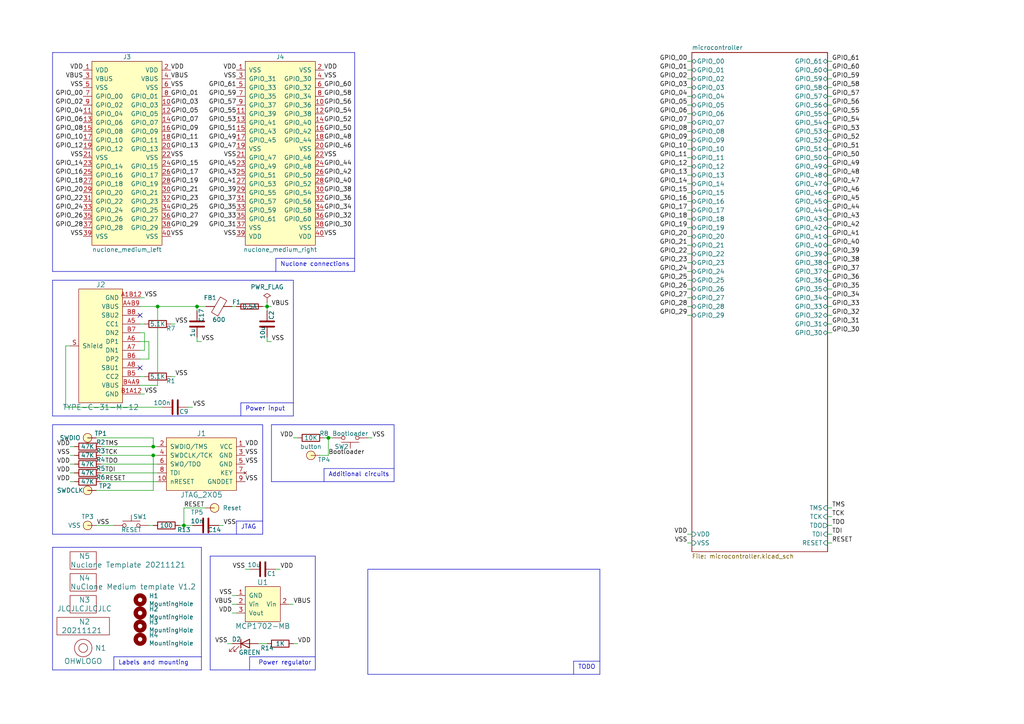
<source format=kicad_sch>
(kicad_sch (version 20230121) (generator eeschema)
  (paper "A4")
  (lib_symbols
    (symbol "Device:C" (pin_numbers hide) (pin_names (offset 0.254))
      (property "Reference" "C" (at 0.635 2.54 0))
      (property "Value" "C" (at 0.635 -2.54 0))
      (symbol "C_0_1"
        (polyline (pts (xy -2.032 -0.762) (xy 2.032 -0.762)) (stroke (width 0.508)))
        (polyline (pts (xy -2.032 0.762) (xy 2.032 0.762)) (stroke (width 0.508)))
      )
      (symbol "C_1_1"
        (pin passive line (at 0 3.81 270) (length 2.794) (name "~") (number "1"))
        (pin passive line (at 0 -3.81 90) (length 2.794) (name "~") (number "2"))
      )
    )
    (symbol "Device:Ferrite_Bead" (pin_numbers hide) (pin_names (offset 0))
      (property "Reference" "FB" (at -3.81 0.635 90))
      (property "Value" "Device_Ferrite_Bead" (at 3.81 0 90))
      (symbol "Ferrite_Bead_0_1"
        (polyline (pts (xy 0 -1.27) (xy 0 -1.2192)))
        (polyline (pts (xy 0 1.27) (xy 0 1.2954)))
        (polyline (pts (xy -2.7686 0.4064) (xy -1.7018 2.2606) (xy 2.7686 -0.3048) (xy 1.6764 -2.159) (xy -2.7686 0.4064)))
      )
      (symbol "Ferrite_Bead_1_1"
        (pin passive line (at 0 3.81 270) (length 2.54) (name "~") (number "1"))
        (pin passive line (at 0 -3.81 90) (length 2.54) (name "~") (number "2"))
      )
    )
    (symbol "Device:Fuse" (pin_numbers hide) (pin_names (offset 0))
      (property "Reference" "F" (at 2.032 0 90))
      (property "Value" "Fuse" (at -1.905 0 90))
      (symbol "Fuse_0_1"
        (rectangle (start -0.762 -2.54) (end 0.762 2.54) (stroke (width 0.254)))
        (polyline (pts (xy 0 2.54) (xy 0 -2.54)))
      )
      (symbol "Fuse_1_1"
        (pin passive line (at 0 3.81 270) (length 1.27) (name "~") (number "1"))
        (pin passive line (at 0 -3.81 90) (length 1.27) (name "~") (number "2"))
      )
    )
    (symbol "Device:LED" (pin_numbers hide) (pin_names (offset 1.016) hide)
      (property "Reference" "D" (at 0 2.54 0))
      (property "Value" "LED" (at 0 -2.54 0))
      (symbol "LED_0_1"
        (polyline (pts (xy -1.27 -1.27) (xy -1.27 1.27)) (stroke (width 0.254)))
        (polyline (pts (xy -1.27 0) (xy 1.27 0)))
        (polyline (pts (xy 1.27 -1.27) (xy 1.27 1.27) (xy -1.27 0) (xy 1.27 -1.27)) (stroke (width 0.254)))
        (polyline (pts (xy -3.048 -0.762) (xy -4.572 -2.286) (xy -3.81 -2.286) (xy -4.572 -2.286) (xy -4.572 -1.524)))
        (polyline (pts (xy -1.778 -0.762) (xy -3.302 -2.286) (xy -2.54 -2.286) (xy -3.302 -2.286) (xy -3.302 -1.524)))
      )
      (symbol "LED_1_1"
        (pin passive line (at -3.81 0 0) (length 2.54) (name "K") (number "1"))
        (pin passive line (at 3.81 0 180) (length 2.54) (name "A") (number "2"))
      )
    )
    (symbol "Device:R" (pin_numbers hide) (pin_names (offset 0))
      (property "Reference" "R" (at 2.032 0 90))
      (property "Value" "R" (at 0 0 90))
      (symbol "R_0_1"
        (rectangle (start -1.016 -2.54) (end 1.016 2.54) (stroke (width 0.254)))
      )
      (symbol "R_1_1"
        (pin passive line (at 0 3.81 270) (length 1.27) (name "~") (number "1"))
        (pin passive line (at 0 -3.81 90) (length 1.27) (name "~") (number "2"))
      )
    )
    (symbol "Mechanical:MountingHole" (pin_names (offset 1.016))
      (property "Reference" "H" (at 0 5.08 0))
      (property "Value" "MountingHole" (at 0 3.175 0))
      (symbol "MountingHole_0_1"
        (circle (center 0 0) (radius 1.27) (stroke (width 1.27)))
      )
    )
    (symbol "SquantorConnectorsNamed:JTAG_2X05_IN" (pin_names (offset 1.016))
      (property "Reference" "J" (at 0 8.89 0))
      (property "Value" "JTAG_2X05_IN" (at 0 -8.89 0))
      (symbol "JTAG_2X05_IN_0_1"
        (rectangle (start -10.16 7.62) (end 10.16 -7.62) (fill (type background)))
      )
      (symbol "JTAG_2X05_IN_1_1"
        (pin power_in line (at 12.7 5.08 180) (length 2.54) (name "VCC") (number "1"))
        (pin open_collector line (at -12.7 -5.08 0) (length 2.54) (name "nRESET") (number "10"))
        (pin bidirectional line (at -12.7 5.08 0) (length 2.54) (name "SWDIO/TMS") (number "2"))
        (pin power_in line (at 12.7 2.54 180) (length 2.54) (name "GND") (number "3"))
        (pin output line (at -12.7 2.54 0) (length 2.54) (name "SWDCLK/TCK") (number "4"))
        (pin power_in line (at 12.7 0 180) (length 2.54) (name "GND") (number "5"))
        (pin output line (at -12.7 0 0) (length 2.54) (name "SWO/TDO") (number "6"))
        (pin no_connect line (at 12.7 -2.54 180) (length 2.54) (name "KEY") (number "7"))
        (pin input line (at -12.7 -2.54 0) (length 2.54) (name "TDI") (number "8"))
        (pin power_in line (at 12.7 -5.08 180) (length 2.54) (name "GNDDET") (number "9"))
      )
    )
    (symbol "SquantorConnectorsNamed:nuclone_medium_left" (pin_names (offset 1.016))
      (property "Reference" "J" (at 0 27.94 0))
      (property "Value" "nuclone_medium_left" (at 0 -27.94 0))
      (symbol "nuclone_medium_left_0_1"
        (rectangle (start -10.16 26.67) (end 10.16 -26.67) (fill (type background)))
      )
      (symbol "nuclone_medium_left_1_1"
        (pin power_in line (at -12.7 24.13 0) (length 2.54) (name "VDD") (number "1"))
        (pin bidirectional line (at 12.7 13.97 180) (length 2.54) (name "GPIO_03") (number "10"))
        (pin bidirectional line (at -12.7 11.43 0) (length 2.54) (name "GPIO_04") (number "11"))
        (pin bidirectional line (at 12.7 11.43 180) (length 2.54) (name "GPIO_05") (number "12"))
        (pin bidirectional line (at -12.7 8.89 0) (length 2.54) (name "GPIO_06") (number "13"))
        (pin bidirectional line (at 12.7 8.89 180) (length 2.54) (name "GPIO_07") (number "14"))
        (pin bidirectional line (at -12.7 6.35 0) (length 2.54) (name "GPIO_08") (number "15"))
        (pin bidirectional line (at 12.7 6.35 180) (length 2.54) (name "GPIO_09") (number "16"))
        (pin bidirectional line (at -12.7 3.81 0) (length 2.54) (name "GPIO_10") (number "17"))
        (pin bidirectional line (at 12.7 3.81 180) (length 2.54) (name "GPIO_11") (number "18"))
        (pin bidirectional line (at -12.7 1.27 0) (length 2.54) (name "GPIO_12") (number "19"))
        (pin power_in line (at 12.7 24.13 180) (length 2.54) (name "VDD") (number "2"))
        (pin bidirectional line (at 12.7 1.27 180) (length 2.54) (name "GPIO_13") (number "20"))
        (pin power_in line (at -12.7 -1.27 0) (length 2.54) (name "VSS") (number "21"))
        (pin power_in line (at 12.7 -1.27 180) (length 2.54) (name "VSS") (number "22"))
        (pin bidirectional line (at -12.7 -3.81 0) (length 2.54) (name "GPIO_14") (number "23"))
        (pin bidirectional line (at 12.7 -3.81 180) (length 2.54) (name "GPIO_15") (number "24"))
        (pin bidirectional line (at -12.7 -6.35 0) (length 2.54) (name "GPIO_16") (number "25"))
        (pin bidirectional line (at 12.7 -6.35 180) (length 2.54) (name "GPIO_17") (number "26"))
        (pin bidirectional line (at -12.7 -8.89 0) (length 2.54) (name "GPIO_18") (number "27"))
        (pin bidirectional line (at 12.7 -8.89 180) (length 2.54) (name "GPIO_19") (number "28"))
        (pin bidirectional line (at -12.7 -11.43 0) (length 2.54) (name "GPIO_20") (number "29"))
        (pin power_in line (at -12.7 21.59 0) (length 2.54) (name "VBUS") (number "3"))
        (pin bidirectional line (at 12.7 -11.43 180) (length 2.54) (name "GPIO_21") (number "30"))
        (pin bidirectional line (at -12.7 -13.97 0) (length 2.54) (name "GPIO_22") (number "31"))
        (pin bidirectional line (at 12.7 -13.97 180) (length 2.54) (name "GPIO_23") (number "32"))
        (pin bidirectional line (at -12.7 -16.51 0) (length 2.54) (name "GPIO_24") (number "33"))
        (pin bidirectional line (at 12.7 -16.51 180) (length 2.54) (name "GPIO_25") (number "34"))
        (pin bidirectional line (at -12.7 -19.05 0) (length 2.54) (name "GPIO_26") (number "35"))
        (pin bidirectional line (at 12.7 -19.05 180) (length 2.54) (name "GPIO_27") (number "36"))
        (pin bidirectional line (at -12.7 -21.59 0) (length 2.54) (name "GPIO_28") (number "37"))
        (pin bidirectional line (at 12.7 -21.59 180) (length 2.54) (name "GPIO_29") (number "38"))
        (pin power_in line (at -12.7 -24.13 0) (length 2.54) (name "VSS") (number "39"))
        (pin power_in line (at 12.7 21.59 180) (length 2.54) (name "VBUS") (number "4"))
        (pin power_in line (at 12.7 -24.13 180) (length 2.54) (name "VSS") (number "40"))
        (pin power_in line (at -12.7 19.05 0) (length 2.54) (name "VSS") (number "5"))
        (pin power_in line (at 12.7 19.05 180) (length 2.54) (name "VSS") (number "6"))
        (pin bidirectional line (at -12.7 16.51 0) (length 2.54) (name "GPIO_00") (number "7"))
        (pin bidirectional line (at 12.7 16.51 180) (length 2.54) (name "GPIO_01") (number "8"))
        (pin bidirectional line (at -12.7 13.97 0) (length 2.54) (name "GPIO_02") (number "9"))
      )
    )
    (symbol "SquantorConnectorsNamed:nuclone_medium_right" (pin_names (offset 1.016))
      (property "Reference" "J" (at 0 27.94 0))
      (property "Value" "nuclone_medium_right" (at 0 -27.94 0))
      (symbol "nuclone_medium_right_0_1"
        (rectangle (start 10.16 -26.67) (end -10.16 26.67) (fill (type background)))
      )
      (symbol "nuclone_medium_right_1_1"
        (pin power_in line (at 12.7 -24.13 180) (length 2.54) (name "VSS") (number "1"))
        (pin bidirectional line (at -12.7 -13.97 0) (length 2.54) (name "GPIO_36") (number "10"))
        (pin bidirectional line (at 12.7 -11.43 180) (length 2.54) (name "GPIO_39") (number "11"))
        (pin bidirectional line (at -12.7 -11.43 0) (length 2.54) (name "GPIO_38") (number "12"))
        (pin bidirectional line (at 12.7 -8.89 180) (length 2.54) (name "GPIO_41") (number "13"))
        (pin bidirectional line (at -12.7 -8.89 0) (length 2.54) (name "GPIO_40") (number "14"))
        (pin bidirectional line (at 12.7 -6.35 180) (length 2.54) (name "GPIO_43") (number "15"))
        (pin bidirectional line (at -12.7 -6.35 0) (length 2.54) (name "GPIO_42") (number "16"))
        (pin bidirectional line (at 12.7 -3.81 180) (length 2.54) (name "GPIO_45") (number "17"))
        (pin bidirectional line (at -12.7 -3.81 0) (length 2.54) (name "GPIO_44") (number "18"))
        (pin power_in line (at 12.7 -1.27 180) (length 2.54) (name "VSS") (number "19"))
        (pin power_in line (at -12.7 -24.13 0) (length 2.54) (name "VSS") (number "2"))
        (pin power_in line (at -12.7 -1.27 0) (length 2.54) (name "VSS") (number "20"))
        (pin bidirectional line (at 12.7 1.27 180) (length 2.54) (name "GPIO_47") (number "21"))
        (pin bidirectional line (at -12.7 1.27 0) (length 2.54) (name "GPIO_46") (number "22"))
        (pin bidirectional line (at 12.7 3.81 180) (length 2.54) (name "GPIO_49") (number "23"))
        (pin bidirectional line (at -12.7 3.81 0) (length 2.54) (name "GPIO_48") (number "24"))
        (pin bidirectional line (at 12.7 6.35 180) (length 2.54) (name "GPIO_51") (number "25"))
        (pin bidirectional line (at -12.7 6.35 0) (length 2.54) (name "GPIO_50") (number "26"))
        (pin bidirectional line (at 12.7 8.89 180) (length 2.54) (name "GPIO_53") (number "27"))
        (pin bidirectional line (at -12.7 8.89 0) (length 2.54) (name "GPIO_52") (number "28"))
        (pin bidirectional line (at 12.7 11.43 180) (length 2.54) (name "GPIO_55") (number "29"))
        (pin bidirectional line (at 12.7 -21.59 180) (length 2.54) (name "GPIO_31") (number "3"))
        (pin bidirectional line (at -12.7 11.43 0) (length 2.54) (name "GPIO_54") (number "30"))
        (pin bidirectional line (at 12.7 13.97 180) (length 2.54) (name "GPIO_57") (number "31"))
        (pin bidirectional line (at -12.7 13.97 0) (length 2.54) (name "GPIO_56") (number "32"))
        (pin bidirectional line (at 12.7 16.51 180) (length 2.54) (name "GPIO_59") (number "33"))
        (pin bidirectional line (at -12.7 16.51 0) (length 2.54) (name "GPIO_58") (number "34"))
        (pin bidirectional line (at 12.7 19.05 180) (length 2.54) (name "GPIO_61") (number "35"))
        (pin bidirectional line (at -12.7 19.05 0) (length 2.54) (name "GPIO_60") (number "36"))
        (pin power_in line (at 12.7 21.59 180) (length 2.54) (name "VSS") (number "37"))
        (pin power_in line (at -12.7 21.59 0) (length 2.54) (name "VSS") (number "38"))
        (pin power_in line (at 12.7 24.13 180) (length 2.54) (name "VDD") (number "39"))
        (pin bidirectional line (at -12.7 -21.59 0) (length 2.54) (name "GPIO_30") (number "4"))
        (pin power_in line (at -12.7 24.13 0) (length 2.54) (name "VDD") (number "40"))
        (pin bidirectional line (at 12.7 -19.05 180) (length 2.54) (name "GPIO_33") (number "5"))
        (pin bidirectional line (at -12.7 -19.05 0) (length 2.54) (name "GPIO_32") (number "6"))
        (pin bidirectional line (at 12.7 -16.51 180) (length 2.54) (name "GPIO_35") (number "7"))
        (pin bidirectional line (at -12.7 -16.51 0) (length 2.54) (name "GPIO_34") (number "8"))
        (pin bidirectional line (at 12.7 -13.97 180) (length 2.54) (name "GPIO_37") (number "9"))
      )
    )
    (symbol "SquantorLabels:Label" (pin_names (offset 1.016))
      (property "Reference" "N" (at 0 1.27 0))
      (property "Value" "Label" (at 0 -1.27 0))
      (symbol "Label_0_1"
        (rectangle (start -3.81 2.54) (end 3.81 -2.54))
      )
    )
    (symbol "SquantorLabels:OHWLOGO" (pin_names (offset 1.016))
      (property "Reference" "N" (at 0 3.81 0))
      (property "Value" "OHWLOGO" (at 0 -3.81 0))
      (symbol "OHWLOGO_0_1"
        (circle (center 0 0) (radius 1.27))
        (circle (center 0 0) (radius 2.54))
      )
    )
    (symbol "SquantorLabels:VYYYYMMDD" (pin_names (offset 1.016))
      (property "Reference" "N" (at 0 2.54 0))
      (property "Value" "VYYYYMMDD" (at 0 0 0))
      (symbol "VYYYYMMDD_0_1"
        (rectangle (start 7.62 -1.27) (end -7.62 3.81))
      )
    )
    (symbol "SquantorMicrochip:MCP1702-MB" (pin_names (offset 1.016))
      (property "Reference" "U" (at 0 6.35 0))
      (property "Value" "MCP1702-MB" (at 0 -6.35 0))
      (symbol "MCP1702-MB_0_1"
        (rectangle (start -5.08 5.08) (end 5.08 -5.08) (fill (type background)))
      )
      (symbol "MCP1702-MB_1_1"
        (pin power_in line (at -7.62 2.54 0) (length 2.54) (name "GND") (number "1"))
        (pin power_in line (at -7.62 0 0) (length 2.54) (name "Vin") (number "2"))
        (pin power_in line (at 7.62 0 180) (length 2.54) (name "Vin") (number "2"))
        (pin power_out line (at -7.62 -2.54 0) (length 2.54) (name "Vout") (number "3"))
      )
    )
    (symbol "SquantorProto:testpad" (pin_numbers hide) (pin_names (offset 1.016) hide)
      (property "Reference" "TP" (at 0 2.54 0))
      (property "Value" "testpad" (at 0 -2.54 0))
      (symbol "testpad_0_1"
        (circle (center 0 0) (radius 1.27) (fill (type background)))
      )
      (symbol "testpad_1_1"
        (pin passive line (at -2.54 0 0) (length 2.54) (name "1") (number "1"))
      )
    )
    (symbol "SquantorUsb:USB-C_PD_USB" (pin_names (offset 1.016))
      (property "Reference" "J" (at 0 17.78 0))
      (property "Value" "USB-C_PD_USB" (at 0 -17.78 0))
      (symbol "USB-C_PD_USB_0_1"
        (rectangle (start 6.35 16.51) (end -6.35 -16.51) (fill (type background)))
      )
      (symbol "USB-C_PD_USB_1_1"
        (pin power_out line (at 11.43 13.97 180) (length 5.08) (name "GND") (number "A1B12"))
        (pin power_out line (at 11.43 11.43 180) (length 5.08) (name "VBUS") (number "A4B9"))
        (pin bidirectional line (at 11.43 6.35 180) (length 5.08) (name "CC1") (number "A5"))
        (pin bidirectional line (at 11.43 1.27 180) (length 5.08) (name "DP1") (number "A6"))
        (pin bidirectional line (at 11.43 -1.27 180) (length 5.08) (name "DN1") (number "A7"))
        (pin bidirectional line (at 11.43 -6.35 180) (length 5.08) (name "SBU1") (number "A8"))
        (pin passive line (at 11.43 -13.97 180) (length 5.08) (name "GND") (number "B1A12"))
        (pin passive line (at 11.43 -11.43 180) (length 5.08) (name "VBUS") (number "B4A9"))
        (pin bidirectional line (at 11.43 -8.89 180) (length 5.08) (name "CC2") (number "B5"))
        (pin bidirectional line (at 11.43 -3.81 180) (length 5.08) (name "DP2") (number "B6"))
        (pin bidirectional line (at 11.43 3.81 180) (length 5.08) (name "DN2") (number "B7"))
        (pin bidirectional line (at 11.43 8.89 180) (length 5.08) (name "SBU2") (number "B8"))
        (pin passive line (at -8.89 0 0) (length 2.54) (name "Shield") (number "S"))
      )
    )
    (symbol "Switch:SW_Push" (pin_numbers hide) (pin_names (offset 1.016) hide)
      (property "Reference" "SW" (at 1.27 2.54 0))
      (property "Value" "SW_Push" (at 0 -1.524 0))
      (symbol "SW_Push_0_1"
        (circle (center -2.032 0) (radius 0.508))
        (polyline (pts (xy 0 1.27) (xy 0 3.048)))
        (polyline (pts (xy 2.54 1.27) (xy -2.54 1.27)))
        (circle (center 2.032 0) (radius 0.508))
        (pin passive line (at -5.08 0 0) (length 2.54) (name "1") (number "1"))
        (pin passive line (at 5.08 0 180) (length 2.54) (name "2") (number "2"))
      )
    )
    (symbol "power:PWR_FLAG" (power) (pin_numbers hide) (pin_names (offset 0) hide)
      (property "Value" "PWR_FLAG" (at 0 3.81 0))
      (symbol "PWR_FLAG_0_0"
        (pin power_out line (at 0 0 90) (length 0) (name "pwr") (number "1"))
      )
      (symbol "PWR_FLAG_0_1"
        (polyline (pts (xy 0 0) (xy 0 1.27) (xy -1.016 1.905) (xy 0 2.54) (xy 1.016 1.905) (xy 0 1.27)))
      )
    )
  )
  (junction (at 57.15 88.9))
  (junction (at 77.47 88.9))
  (junction (at 44.45 132.08))
  (junction (at 45.72 88.9))
  (junction (at 44.45 129.54))
  (junction (at 53.34 152.4))
  (junction (at 95.25 127))
  (no_connect (at 40.64 106.68))
  (no_connect (at 40.64 91.44))
  (wire (pts (xy 19.05 118.11) (xy 46.99 118.11)))
  (wire (pts (xy 77.47 99.06) (xy 78.74 99.06)))
  (wire (pts (xy 199.39 33.02) (xy 200.66 33.02)))
  (wire (pts (xy 200.66 40.64) (xy 199.39 40.64)))
  (wire (pts (xy 199.39 43.18) (xy 200.66 43.18)))
  (wire (pts (xy 240.03 78.74) (xy 241.3 78.74)))
  (wire (pts (xy 240.03 25.4) (xy 241.3 25.4)))
  (polyline (pts (xy 69.85 116.84) (xy 69.85 120.65)))
  (wire (pts (xy 58.42 99.06) (xy 57.15 99.06)))
  (wire (pts (xy 240.03 35.56) (xy 241.3 35.56)))
  (wire (pts (xy 107.95 127) (xy 106.68 127)))
  (wire (pts (xy 27.94 152.4) (xy 33.02 152.4)))
  (wire (pts (xy 43.18 152.4) (xy 44.45 152.4)))
  (wire (pts (xy 85.09 175.26) (xy 83.82 175.26)))
  (wire (pts (xy 199.39 22.86) (xy 200.66 22.86)))
  (wire (pts (xy 55.88 152.4) (xy 53.34 152.4)))
  (wire (pts (xy 21.59 137.16) (xy 20.32 137.16)))
  (wire (pts (xy 200.66 71.12) (xy 199.39 71.12)))
  (wire (pts (xy 200.66 86.36) (xy 199.39 86.36)))
  (polyline (pts (xy 15.24 15.24) (xy 15.24 78.74)))
  (wire (pts (xy 95.25 127) (xy 96.52 127)))
  (polyline (pts (xy 102.87 78.74) (xy 102.87 15.24)))
  (wire (pts (xy 95.25 132.08) (xy 95.25 127)))
  (wire (pts (xy 40.64 111.76) (xy 45.72 111.76)))
  (wire (pts (xy 241.3 38.1) (xy 240.03 38.1)))
  (wire (pts (xy 41.91 96.52) (xy 41.91 101.6)))
  (wire (pts (xy 67.31 172.72) (xy 68.58 172.72)))
  (wire (pts (xy 199.39 78.74) (xy 200.66 78.74)))
  (wire (pts (xy 199.39 154.94) (xy 200.66 154.94)))
  (polyline (pts (xy 85.09 81.28) (xy 15.24 81.28)))
  (wire (pts (xy 199.39 58.42) (xy 200.66 58.42)))
  (wire (pts (xy 199.39 73.66) (xy 200.66 73.66)))
  (wire (pts (xy 240.03 66.04) (xy 241.3 66.04)))
  (wire (pts (xy 240.03 40.64) (xy 241.3 40.64)))
  (polyline (pts (xy 15.24 158.75) (xy 15.24 194.31)))
  (wire (pts (xy 29.21 139.7) (xy 45.72 139.7)))
  (wire (pts (xy 200.66 35.56) (xy 199.39 35.56)))
  (wire (pts (xy 241.3 58.42) (xy 240.03 58.42)))
  (wire (pts (xy 80.01 165.1) (xy 81.28 165.1)))
  (wire (pts (xy 200.66 60.96) (xy 199.39 60.96)))
  (wire (pts (xy 55.88 118.11) (xy 54.61 118.11)))
  (wire (pts (xy 93.98 127) (xy 95.25 127)))
  (wire (pts (xy 92.71 132.08) (xy 95.25 132.08)))
  (wire (pts (xy 20.32 129.54) (xy 21.59 129.54)))
  (wire (pts (xy 40.64 93.98) (xy 41.91 93.98)))
  (polyline (pts (xy 93.98 135.89) (xy 93.98 139.7)))
  (polyline (pts (xy 33.02 190.5) (xy 33.02 194.31)))
  (wire (pts (xy 67.31 177.8) (xy 68.58 177.8)))
  (wire (pts (xy 41.91 101.6) (xy 40.64 101.6)))
  (wire (pts (xy 86.36 186.69) (xy 85.09 186.69)))
  (wire (pts (xy 199.39 68.58) (xy 200.66 68.58)))
  (wire (pts (xy 40.64 96.52) (xy 41.91 96.52)))
  (wire (pts (xy 44.45 129.54) (xy 45.72 129.54)))
  (wire (pts (xy 29.21 129.54) (xy 44.45 129.54)))
  (wire (pts (xy 40.64 88.9) (xy 45.72 88.9)))
  (polyline (pts (xy 114.3 135.89) (xy 93.98 135.89)))
  (wire (pts (xy 241.3 43.18) (xy 240.03 43.18)))
  (wire (pts (xy 200.66 45.72) (xy 199.39 45.72)))
  (wire (pts (xy 241.3 27.94) (xy 240.03 27.94)))
  (wire (pts (xy 200.66 157.48) (xy 199.39 157.48)))
  (wire (pts (xy 241.3 81.28) (xy 240.03 81.28)))
  (wire (pts (xy 241.3 154.94) (xy 240.03 154.94)))
  (wire (pts (xy 200.66 91.44) (xy 199.39 91.44)))
  (wire (pts (xy 200.66 20.32) (xy 199.39 20.32)))
  (wire (pts (xy 241.3 96.52) (xy 240.03 96.52)))
  (polyline (pts (xy 80.01 74.93) (xy 80.01 78.74)))
  (wire (pts (xy 77.47 88.9) (xy 77.47 87.63)))
  (wire (pts (xy 40.64 99.06) (xy 43.18 99.06)))
  (wire (pts (xy 240.03 30.48) (xy 241.3 30.48)))
  (wire (pts (xy 27.94 127) (xy 44.45 127)))
  (wire (pts (xy 77.47 186.69) (xy 74.93 186.69)))
  (wire (pts (xy 44.45 132.08) (xy 45.72 132.08)))
  (wire (pts (xy 199.39 83.82) (xy 200.66 83.82)))
  (wire (pts (xy 241.3 86.36) (xy 240.03 86.36)))
  (wire (pts (xy 21.59 132.08) (xy 20.32 132.08)))
  (wire (pts (xy 199.39 53.34) (xy 200.66 53.34)))
  (wire (pts (xy 200.66 50.8) (xy 199.39 50.8)))
  (wire (pts (xy 77.47 90.17) (xy 77.47 88.9)))
  (wire (pts (xy 57.15 99.06) (xy 57.15 97.79)))
  (polyline (pts (xy 91.44 194.31) (xy 91.44 161.29)))
  (wire (pts (xy 200.66 66.04) (xy 199.39 66.04)))
  (wire (pts (xy 41.91 86.36) (xy 40.64 86.36)))
  (polyline (pts (xy 91.44 161.29) (xy 60.96 161.29)))
  (wire (pts (xy 78.74 88.9) (xy 77.47 88.9)))
  (polyline (pts (xy 15.24 78.74) (xy 102.87 78.74)))
  (wire (pts (xy 29.21 134.62) (xy 45.72 134.62)))
  (wire (pts (xy 77.47 88.9) (xy 76.2 88.9)))
  (polyline (pts (xy 91.44 190.5) (xy 72.39 190.5)))
  (wire (pts (xy 43.18 99.06) (xy 43.18 104.14)))
  (wire (pts (xy 67.31 186.69) (xy 66.04 186.69)))
  (wire (pts (xy 57.15 88.9) (xy 59.69 88.9)))
  (polyline (pts (xy 58.42 158.75) (xy 15.24 158.75)))
  (wire (pts (xy 241.3 33.02) (xy 240.03 33.02)))
  (wire (pts (xy 241.3 68.58) (xy 240.03 68.58)))
  (polyline (pts (xy 76.2 151.13) (xy 68.58 151.13)))
  (wire (pts (xy 241.3 91.44) (xy 240.03 91.44)))
  (wire (pts (xy 241.3 53.34) (xy 240.03 53.34)))
  (polyline (pts (xy 76.2 123.19) (xy 15.24 123.19)))
  (wire (pts (xy 57.15 90.17) (xy 57.15 88.9)))
  (wire (pts (xy 240.03 83.82) (xy 241.3 83.82)))
  (wire (pts (xy 241.3 63.5) (xy 240.03 63.5)))
  (polyline (pts (xy 85.09 116.84) (xy 69.85 116.84)))
  (wire (pts (xy 49.53 109.22) (xy 50.8 109.22)))
  (wire (pts (xy 240.03 60.96) (xy 241.3 60.96)))
  (wire (pts (xy 41.91 114.3) (xy 40.64 114.3)))
  (wire (pts (xy 241.3 22.86) (xy 240.03 22.86)))
  (wire (pts (xy 240.03 76.2) (xy 241.3 76.2)))
  (wire (pts (xy 240.03 152.4) (xy 241.3 152.4)))
  (wire (pts (xy 200.66 25.4) (xy 199.39 25.4)))
  (polyline (pts (xy 102.87 74.93) (xy 80.01 74.93)))
  (polyline (pts (xy 15.24 120.65) (xy 85.09 120.65)))
  (wire (pts (xy 85.09 127) (xy 86.36 127)))
  (wire (pts (xy 199.39 48.26) (xy 200.66 48.26)))
  (polyline (pts (xy 72.39 190.5) (xy 72.39 194.31)))
  (polyline (pts (xy 15.24 123.19) (xy 15.24 154.94)))
  (polyline (pts (xy 68.58 151.13) (xy 68.58 154.94)))
  (wire (pts (xy 45.72 88.9) (xy 57.15 88.9)))
  (polyline (pts (xy 102.87 15.24) (xy 15.24 15.24)))
  (wire (pts (xy 200.66 55.88) (xy 199.39 55.88)))
  (wire (pts (xy 67.31 88.9) (xy 68.58 88.9)))
  (wire (pts (xy 29.21 137.16) (xy 45.72 137.16)))
  (polyline (pts (xy 114.3 139.7) (xy 114.3 123.19)))
  (polyline (pts (xy 166.37 195.58) (xy 166.37 191.77)))
  (polyline (pts (xy 106.68 165.1) (xy 173.99 165.1)))
  (wire (pts (xy 20.32 134.62) (xy 21.59 134.62)))
  (wire (pts (xy 240.03 55.88) (xy 241.3 55.88)))
  (wire (pts (xy 199.39 17.78) (xy 200.66 17.78)))
  (wire (pts (xy 64.77 152.4) (xy 63.5 152.4)))
  (wire (pts (xy 68.58 175.26) (xy 67.31 175.26)))
  (polyline (pts (xy 78.74 123.19) (xy 78.74 139.7)))
  (wire (pts (xy 200.66 30.48) (xy 199.39 30.48)))
  (wire (pts (xy 240.03 88.9) (xy 241.3 88.9)))
  (wire (pts (xy 199.39 88.9) (xy 200.66 88.9)))
  (polyline (pts (xy 15.24 81.28) (xy 15.24 120.65)))
  (wire (pts (xy 200.66 81.28) (xy 199.39 81.28)))
  (polyline (pts (xy 173.99 195.58) (xy 106.68 195.58)))
  (wire (pts (xy 200.66 76.2) (xy 199.39 76.2)))
  (wire (pts (xy 43.18 104.14) (xy 40.64 104.14)))
  (wire (pts (xy 240.03 50.8) (xy 241.3 50.8)))
  (polyline (pts (xy 58.42 194.31) (xy 58.42 158.75)))
  (wire (pts (xy 19.05 100.33) (xy 19.05 118.11)))
  (wire (pts (xy 20.32 100.33) (xy 19.05 100.33)))
  (wire (pts (xy 71.12 165.1) (xy 72.39 165.1)))
  (polyline (pts (xy 106.68 195.58) (xy 106.68 165.1)))
  (wire (pts (xy 241.3 149.86) (xy 240.03 149.86)))
  (wire (pts (xy 45.72 111.76) (xy 45.72 88.9)))
  (wire (pts (xy 240.03 157.48) (xy 241.3 157.48)))
  (wire (pts (xy 53.34 147.32) (xy 53.34 152.4)))
  (wire (pts (xy 50.8 93.98) (xy 49.53 93.98)))
  (wire (pts (xy 240.03 20.32) (xy 241.3 20.32)))
  (wire (pts (xy 44.45 127) (xy 44.45 129.54)))
  (wire (pts (xy 240.03 147.32) (xy 241.3 147.32)))
  (polyline (pts (xy 58.42 190.5) (xy 33.02 190.5)))
  (wire (pts (xy 240.03 71.12) (xy 241.3 71.12)))
  (wire (pts (xy 27.94 142.24) (xy 44.45 142.24)))
  (polyline (pts (xy 78.74 139.7) (xy 114.3 139.7)))
  (wire (pts (xy 240.03 45.72) (xy 241.3 45.72)))
  (polyline (pts (xy 15.24 154.94) (xy 76.2 154.94)))
  (wire (pts (xy 59.69 147.32) (xy 53.34 147.32)))
  (polyline (pts (xy 60.96 194.31) (xy 91.44 194.31)))
  (wire (pts (xy 20.32 139.7) (xy 21.59 139.7)))
  (wire (pts (xy 41.91 109.22) (xy 40.64 109.22)))
  (wire (pts (xy 199.39 38.1) (xy 200.66 38.1)))
  (wire (pts (xy 29.21 132.08) (xy 44.45 132.08)))
  (polyline (pts (xy 114.3 123.19) (xy 78.74 123.19)))
  (wire (pts (xy 241.3 17.78) (xy 240.03 17.78)))
  (polyline (pts (xy 76.2 154.94) (xy 76.2 123.19)))
  (wire (pts (xy 240.03 93.98) (xy 241.3 93.98)))
  (wire (pts (xy 241.3 48.26) (xy 240.03 48.26)))
  (wire (pts (xy 52.07 152.4) (xy 53.34 152.4)))
  (wire (pts (xy 199.39 63.5) (xy 200.66 63.5)))
  (wire (pts (xy 241.3 73.66) (xy 240.03 73.66)))
  (wire (pts (xy 44.45 142.24) (xy 44.45 132.08)))
  (wire (pts (xy 199.39 27.94) (xy 200.66 27.94)))
  (wire (pts (xy 77.47 97.79) (xy 77.47 99.06)))
  (polyline (pts (xy 85.09 81.28) (xy 85.09 120.65)))
  (polyline (pts (xy 15.24 194.31) (xy 58.42 194.31)))
  (polyline (pts (xy 173.99 165.1) (xy 173.99 195.58)))
  (polyline (pts (xy 60.96 161.29) (xy 60.96 194.31)))
  (polyline (pts (xy 166.37 191.77) (xy 173.99 191.77)))
  (text "Labels and mounting" (at 34.29 193.04 0) (effects (font (size 1.27 1.27)) (justify left bottom)))
  (text "Power input" (at 71.12 119.38 0) (effects (font (size 1.27 1.27)) (justify left bottom)))
  (text "TODO" (at 167.64 194.31 0) (effects (font (size 1.27 1.27)) (justify left bottom)))
  (text "Power regulator" (at 74.93 193.04 0) (effects (font (size 1.27 1.27)) (justify left bottom)))
  (text "Additional circuits" (at 95.25 138.43 0) (effects (font (size 1.27 1.27)) (justify left bottom)))
  (text "Nuclone connections" (at 81.28 77.47 0) (effects (font (size 1.27 1.27)) (justify left bottom)))
  (text "JTAG" (at 69.85 153.67 0) (effects (font (size 1.27 1.27)) (justify left bottom)))
  (label "GPIO_07" (at 199.39 35.56 180))
  (label "VSS" (at 66.04 186.69 180))
  (label "GPIO_02" (at 199.39 22.86 180))
  (label "VDD" (at 71.12 129.54 0))
  (label "GPIO_54" (at 241.3 35.56 0))
  (label "VDD" (at 24.13 20.32 180))
  (label "GPIO_30" (at 93.98 66.04 0))
  (label "GPIO_29" (at 199.39 91.44 180))
  (label "VSS" (at 58.42 99.06 0))
  (label "VSS" (at 199.39 157.48 180))
  (label "GPIO_14" (at 199.39 53.34 180))
  (label "GPIO_17" (at 199.39 60.96 180))
  (label "GPIO_00" (at 24.13 27.94 180))
  (label "GPIO_20" (at 199.39 68.58 180))
  (label "GPIO_08" (at 24.13 38.1 180))
  (label "GPIO_19" (at 49.53 53.34 0))
  (label "GPIO_03" (at 49.53 30.48 0))
  (label "GPIO_18" (at 24.13 53.34 180))
  (label "GPIO_48" (at 93.98 40.64 0))
  (label "GPIO_38" (at 93.98 55.88 0))
  (label "GPIO_12" (at 24.13 43.18 180))
  (label "GPIO_59" (at 241.3 22.86 0))
  (label "GPIO_56" (at 241.3 30.48 0))
  (label "VDD" (at 20.32 134.62 180))
  (label "GPIO_48" (at 241.3 50.8 0))
  (label "GPIO_35" (at 241.3 83.82 0))
  (label "GPIO_45" (at 68.58 48.26 180))
  (label "GPIO_27" (at 49.53 63.5 0))
  (label "GPIO_39" (at 241.3 73.66 0))
  (label "VBUS" (at 49.53 22.86 0))
  (label "GPIO_44" (at 241.3 60.96 0))
  (label "GPIO_10" (at 24.13 40.64 180))
  (label "TDO" (at 30.48 134.62 0))
  (label "GPIO_19" (at 199.39 66.04 180))
  (label "GPIO_26" (at 199.39 83.82 180))
  (label "GPIO_36" (at 241.3 81.28 0))
  (label "GPIO_60" (at 241.3 20.32 0))
  (label "GPIO_43" (at 241.3 63.5 0))
  (label "Bootloader" (at 95.25 132.08 0))
  (label "GPIO_14" (at 24.13 48.26 180))
  (label "GPIO_30" (at 241.3 96.52 0))
  (label "VSS" (at 64.77 152.4 0))
  (label "GPIO_34" (at 241.3 86.36 0))
  (label "GPIO_25" (at 199.39 81.28 180))
  (label "GPIO_13" (at 49.53 43.18 0))
  (label "GPIO_55" (at 241.3 33.02 0))
  (label "VDD" (at 86.36 186.69 0))
  (label "VSS" (at 68.58 68.58 180))
  (label "VSS" (at 49.53 45.72 0))
  (label "VSS" (at 71.12 132.08 0))
  (label "GPIO_18" (at 199.39 63.5 180))
  (label "VSS" (at 24.13 68.58 180))
  (label "GPIO_15" (at 49.53 48.26 0))
  (label "GPIO_20" (at 24.13 55.88 180))
  (label "GPIO_32" (at 241.3 91.44 0))
  (label "GPIO_02" (at 24.13 30.48 180))
  (label "GPIO_21" (at 199.39 71.12 180))
  (label "TDI" (at 241.3 154.94 0))
  (label "GPIO_11" (at 49.53 40.64 0))
  (label "VDD" (at 68.58 20.32 180))
  (label "GPIO_33" (at 68.58 63.5 180))
  (label "VSS" (at 41.91 114.3 0))
  (label "GPIO_06" (at 24.13 35.56 180))
  (label "VDD" (at 199.39 154.94 180))
  (label "VSS" (at 68.58 22.86 180))
  (label "GPIO_04" (at 24.13 33.02 180))
  (label "GPIO_51" (at 241.3 43.18 0))
  (label "GPIO_50" (at 93.98 38.1 0))
  (label "GPIO_49" (at 68.58 40.64 180))
  (label "GPIO_57" (at 68.58 30.48 180))
  (label "GPIO_08" (at 199.39 38.1 180))
  (label "GPIO_45" (at 241.3 58.42 0))
  (label "GPIO_23" (at 199.39 76.2 180))
  (label "VDD" (at 20.32 139.7 180))
  (label "GPIO_24" (at 199.39 78.74 180))
  (label "TDI" (at 30.48 137.16 0))
  (label "GPIO_13" (at 199.39 50.8 180))
  (label "GPIO_32" (at 93.98 63.5 0))
  (label "TCK" (at 241.3 149.86 0))
  (label "VSS" (at 24.13 25.4 180))
  (label "VSS" (at 20.32 132.08 180))
  (label "GPIO_47" (at 241.3 53.34 0))
  (label "VSS" (at 107.95 127 0))
  (label "GPIO_41" (at 68.58 53.34 180))
  (label "VSS" (at 55.88 118.11 0))
  (label "GPIO_28" (at 199.39 88.9 180))
  (label "GPIO_39" (at 68.58 55.88 180))
  (label "GPIO_37" (at 68.58 58.42 180))
  (label "GPIO_52" (at 241.3 40.64 0))
  (label "GPIO_00" (at 199.39 17.78 180))
  (label "GPIO_05" (at 199.39 30.48 180))
  (label "GPIO_41" (at 241.3 68.58 0))
  (label "VSS" (at 71.12 165.1 180))
  (label "GPIO_11" (at 199.39 45.72 180))
  (label "GPIO_52" (at 93.98 35.56 0))
  (label "GPIO_43" (at 68.58 50.8 180))
  (label "GPIO_09" (at 199.39 40.64 180))
  (label "TMS" (at 241.3 147.32 0))
  (label "GPIO_50" (at 241.3 45.72 0))
  (label "GPIO_61" (at 241.3 17.78 0))
  (label "GPIO_15" (at 199.39 55.88 180))
  (label "VSS" (at 71.12 139.7 0))
  (label "VDD" (at 20.32 129.54 180))
  (label "GPIO_10" (at 199.39 43.18 180))
  (label "VBUS" (at 67.31 175.26 180))
  (label "GPIO_60" (at 93.98 25.4 0))
  (label "VSS" (at 49.53 25.4 0))
  (label "GPIO_42" (at 93.98 50.8 0))
  (label "GPIO_34" (at 93.98 60.96 0))
  (label "VBUS" (at 85.09 175.26 0))
  (label "GPIO_49" (at 241.3 48.26 0))
  (label "GPIO_01" (at 199.39 20.32 180))
  (label "TDO" (at 241.3 152.4 0))
  (label "VBUS" (at 78.74 88.9 0))
  (label "VSS" (at 93.98 45.72 0))
  (label "GPIO_28" (at 24.13 66.04 180))
  (label "GPIO_09" (at 49.53 38.1 0))
  (label "VDD" (at 49.53 20.32 0))
  (label "GPIO_57" (at 241.3 27.94 0))
  (label "GPIO_16" (at 24.13 50.8 180))
  (label "GPIO_12" (at 199.39 48.26 180))
  (label "GPIO_44" (at 93.98 48.26 0))
  (label "GPIO_17" (at 49.53 50.8 0))
  (label "GPIO_26" (at 24.13 63.5 180))
  (label "VSS" (at 93.98 68.58 0))
  (label "GPIO_37" (at 241.3 78.74 0))
  (label "GPIO_46" (at 93.98 43.18 0))
  (label "GPIO_31" (at 241.3 93.98 0))
  (label "GPIO_56" (at 93.98 30.48 0))
  (label "VSS" (at 49.53 68.58 0))
  (label "VSS" (at 78.74 99.06 0))
  (label "GPIO_46" (at 241.3 55.88 0))
  (label "VDD" (at 81.28 165.1 0))
  (label "VSS" (at 50.8 109.22 0))
  (label "GPIO_22" (at 24.13 58.42 180))
  (label "GPIO_05" (at 49.53 33.02 0))
  (label "GPIO_33" (at 241.3 88.9 0))
  (label "GPIO_22" (at 199.39 73.66 180))
  (label "VSS" (at 67.31 172.72 180))
  (label "TCK" (at 30.48 132.08 0))
  (label "GPIO_40" (at 241.3 71.12 0))
  (label "TMS" (at 30.48 129.54 0))
  (label "GPIO_36" (at 93.98 58.42 0))
  (label "GPIO_29" (at 49.53 66.04 0))
  (label "VDD" (at 93.98 20.32 0))
  (label "VSS" (at 24.13 45.72 180))
  (label "GPIO_24" (at 24.13 60.96 180))
  (label "GPIO_16" (at 199.39 58.42 180))
  (label "VDD" (at 85.09 127 180))
  (label "GPIO_47" (at 68.58 43.18 180))
  (label "GPIO_01" (at 49.53 27.94 0))
  (label "GPIO_25" (at 49.53 60.96 0))
  (label "GPIO_03" (at 199.39 25.4 180))
  (label "VBUS" (at 24.13 22.86 180))
  (label "VSS" (at 41.91 86.36 0))
  (label "RESET" (at 30.48 139.7 0))
  (label "GPIO_31" (at 68.58 66.04 180))
  (label "GPIO_53" (at 68.58 35.56 180))
  (label "VDD" (at 20.32 137.16 180))
  (label "VSS" (at 93.98 22.86 0))
  (label "GPIO_23" (at 49.53 58.42 0))
  (label "GPIO_51" (at 68.58 38.1 180))
  (label "GPIO_07" (at 49.53 35.56 0))
  (label "GPIO_40" (at 93.98 53.34 0))
  (label "GPIO_06" (at 199.39 33.02 180))
  (label "RESET" (at 53.34 147.32 0))
  (label "GPIO_54" (at 93.98 33.02 0))
  (label "GPIO_27" (at 199.39 86.36 180))
  (label "VSS" (at 31.75 152.4 180))
  (label "GPIO_04" (at 199.39 27.94 180))
  (label "GPIO_58" (at 93.98 27.94 0))
  (label "VSS" (at 71.12 134.62 0))
  (label "GPIO_42" (at 241.3 66.04 0))
  (label "VDD" (at 67.31 177.8 180))
  (label "GPIO_35" (at 68.58 60.96 180))
  (label "VSS" (at 68.58 45.72 180))
  (label "VSS" (at 50.8 93.98 0))
  (label "RESET" (at 241.3 157.48 0))
  (label "GPIO_61" (at 68.58 25.4 180))
  (label "GPIO_58" (at 241.3 25.4 0))
  (label "GPIO_55" (at 68.58 33.02 180))
  (label "GPIO_38" (at 241.3 76.2 0))
  (label "GPIO_59" (at 68.58 27.94 180))
  (label "GPIO_21" (at 49.53 55.88 0))
  (label "GPIO_53" (at 241.3 38.1 0))
  (symbol (lib_id "SquantorLabels:OHWLOGO") (at 24.13 187.96 0) (unit 1)
    (property "Reference" "N1" (at 29.21 187.96 0) (effects (font (size 1.524 1.524))))
    (property "Value" "OHWLOGO" (at 24.13 191.77 0) (effects (font (size 1.524 1.524))))
    (property "Footprint" "Symbols:OSHW-Symbol_6.7x6mm_SilkScreen" (effects hide))
  )
  (symbol (lib_id "SquantorConnectorsNamed:JTAG_2X05_IN") (at 58.42 134.62 0) (unit 1)
    (property "Reference" "J1" (at 58.42 125.73 0) (effects (font (size 1.524 1.524))))
    (property "Value" "JTAG_2X05" (at 58.42 143.51 0) (effects (font (size 1.524 1.524))))
    (property "Footprint" "SquantorConnectors:Header-0127-2X05-H006" (effects hide))
  )
  (symbol (lib_id "Device:Ferrite_Bead") (at 63.5 88.9 270) (unit 1)
    (property "Reference" "FB1" (at 60.96 86.36 90))
    (property "Value" "600" (at 63.5 92.71 90))
    (property "Footprint" "SquantorRcl:L_0603" (effects hide))
  )
  (symbol (lib_id "Device:Fuse") (at 72.39 88.9 270) (unit 1)
    (property "Reference" "F1" (at 68.58 87.63 90))
    (property "Value" "0.5A" (at 72.39 88.9 90))
    (property "Footprint" "SquantorRcl:F_0603_hand" (effects hide))
  )
  (symbol (lib_id "Device:C") (at 77.47 93.98 180) (unit 1)
    (property "Reference" "C2" (at 78.74 91.44 90))
    (property "Value" "10u" (at 76.2 96.52 90))
    (property "Footprint" "SquantorRcl:C_0603" (effects hide))
  )
  (symbol (lib_id "power:PWR_FLAG") (at 77.47 87.63 0) (unit 1)
    (property "Reference" "#FLG01" (effects hide))
    (property "Value" "PWR_FLAG" (at 77.47 83.2358 0))
  )
  (symbol (lib_id "Mechanical:MountingHole") (at 40.64 185.42 0) (unit 1)
    (property "Reference" "H4" (at 43.18 184.2516 0) (effects (justify left)))
    (property "Value" "MountingHole" (at 43.18 186.563 0) (effects (justify left)))
    (property "Footprint" "MountingHole:MountingHole_3.2mm_M3_Pad_Via" (effects hide))
  )
  (symbol (lib_id "Mechanical:MountingHole") (at 40.64 181.61 0) (unit 1)
    (property "Reference" "H3" (at 43.18 180.4416 0) (effects (justify left)))
    (property "Value" "MountingHole" (at 43.18 182.753 0) (effects (justify left)))
    (property "Footprint" "MountingHole:MountingHole_3.2mm_M3_Pad_Via" (effects hide))
  )
  (symbol (lib_id "Mechanical:MountingHole") (at 40.64 177.8 0) (unit 1)
    (property "Reference" "H2" (at 43.18 176.6316 0) (effects (justify left)))
    (property "Value" "MountingHole" (at 43.18 178.943 0) (effects (justify left)))
    (property "Footprint" "MountingHole:MountingHole_3.2mm_M3_Pad_Via" (effects hide))
  )
  (symbol (lib_id "Mechanical:MountingHole") (at 40.64 173.99 0) (unit 1)
    (property "Reference" "H1" (at 43.18 172.8216 0) (effects (justify left)))
    (property "Value" "MountingHole" (at 43.18 175.133 0) (effects (justify left)))
    (property "Footprint" "MountingHole:MountingHole_3.2mm_M3_Pad_Via" (effects hide))
  )
  (symbol (lib_id "SquantorLabels:VYYYYMMDD") (at 24.13 182.88 0) (unit 1)
    (property "Reference" "N2" (at 22.86 180.34 0) (effects (font (size 1.524 1.524)) (justify left)))
    (property "Value" "20211121" (at 17.78 182.88 0) (effects (font (size 1.524 1.524)) (justify left)))
    (property "Footprint" "SquantorLabels:Label_version" (effects hide))
  )
  (symbol (lib_id "SquantorMicrochip:MCP1702-MB") (at 76.2 175.26 0) (unit 1)
    (property "Reference" "U1" (at 76.2 168.91 0) (effects (font (size 1.524 1.524))))
    (property "Value" "MCP1702-MB" (at 76.2 181.61 0) (effects (font (size 1.524 1.524))))
    (property "Footprint" "SquantorIC:SOT89-NXP" (effects hide))
  )
  (symbol (lib_id "Device:C") (at 76.2 165.1 270) (unit 1)
    (property "Reference" "C1" (at 78.74 166.37 90))
    (property "Value" "10u" (at 73.66 163.83 90))
    (property "Footprint" "SquantorRcl:C_0603" (effects hide))
  )
  (symbol (lib_id "SquantorConnectorsNamed:nuclone_medium_left") (at 36.83 44.45 0) (unit 1)
    (property "Reference" "J3" (at 36.83 16.51 0))
    (property "Value" "nuclone_medium_left" (at 36.83 72.39 0))
    (property "Footprint" "SquantorConnectorsNamed:nuclone_medium_left_stacked" (effects hide))
  )
  (symbol (lib_id "SquantorConnectorsNamed:nuclone_medium_right") (at 81.28 44.45 180) (unit 1)
    (property "Reference" "J4" (at 81.28 16.51 0))
    (property "Value" "nuclone_medium_right" (at 81.28 72.39 0))
    (property "Footprint" "SquantorConnectorsNamed:nuclone_medium_right_stacked" (effects hide))
  )
  (symbol (lib_id "SquantorLabels:Label") (at 24.13 175.26 0) (unit 1)
    (property "Reference" "N3" (at 22.86 173.99 0) (effects (font (size 1.524 1.524)) (justify left)))
    (property "Value" "JLCJLCJLCJLC" (at 16.51 176.53 0) (effects (font (size 1.524 1.524)) (justify left)))
    (property "Footprint" "SquantorLabels:Label_Generic" (effects hide))
  )
  (symbol (lib_id "Switch:SW_Push") (at 38.1 152.4 0) (unit 1)
    (property "Reference" "SW1" (at 40.64 149.86 0))
    (property "Value" "RESET" (at 38.1 153.67 0))
    (property "Footprint" "SquantorSwitches:TD-85XU" (effects hide))
  )
  (symbol (lib_id "SquantorUsb:USB-C_PD_USB") (at 29.21 100.33 0) (unit 1)
    (property "Reference" "J2" (at 29.21 82.55 0) (effects (font (size 1.524 1.524))))
    (property "Value" "TYPE-C-31-M-12" (at 29.21 118.11 0) (effects (font (size 1.524 1.524))))
    (property "Footprint" "SquantorUsb:USB-C-HRO-31-M-12" (effects hide))
  )
  (symbol (lib_id "Device:R") (at 45.72 109.22 270) (unit 1)
    (property "Reference" "R1" (at 49.53 110.49 90))
    (property "Value" "5.1K" (at 45.72 109.22 90))
    (property "Footprint" "SquantorRcl:R_0402_hand" (effects hide))
  )
  (symbol (lib_id "Device:C") (at 50.8 118.11 270) (unit 1)
    (property "Reference" "C9" (at 53.34 119.38 90))
    (property "Value" "100n" (at 46.99 116.84 90))
    (property "Footprint" "SquantorRcl:C_0805" (effects hide))
  )
  (symbol (lib_id "Device:R") (at 25.4 129.54 270) (unit 1)
    (property "Reference" "R2" (at 29.21 128.27 90))
    (property "Value" "47K" (at 25.4 129.54 90))
    (property "Footprint" "SquantorRcl:R_0402_hand" (effects hide))
  )
  (symbol (lib_id "Device:R") (at 25.4 132.08 270) (unit 1)
    (property "Reference" "R3" (at 29.21 130.81 90))
    (property "Value" "47K" (at 25.4 132.08 90))
    (property "Footprint" "SquantorRcl:R_0402_hand" (effects hide))
  )
  (symbol (lib_id "Device:R") (at 25.4 134.62 270) (unit 1)
    (property "Reference" "R4" (at 29.21 133.35 90))
    (property "Value" "47K" (at 25.4 134.62 90))
    (property "Footprint" "SquantorRcl:R_0402_hand" (effects hide))
  )
  (symbol (lib_id "Device:R") (at 25.4 137.16 270) (unit 1)
    (property "Reference" "R5" (at 29.21 135.89 90))
    (property "Value" "47K" (at 25.4 137.16 90))
    (property "Footprint" "SquantorRcl:R_0402_hand" (effects hide))
  )
  (symbol (lib_id "Device:R") (at 25.4 139.7 270) (unit 1)
    (property "Reference" "R6" (at 29.21 138.43 90))
    (property "Value" "47K" (at 25.4 139.7 90))
    (property "Footprint" "SquantorRcl:R_0402_hand" (effects hide))
  )
  (symbol (lib_id "SquantorLabels:Label") (at 24.13 168.91 0) (unit 1)
    (property "Reference" "N4" (at 22.86 167.64 0) (effects (font (size 1.524 1.524)) (justify left)))
    (property "Value" "NuClone Medium template V1.2" (at 20.32 170.18 0) (effects (font (size 1.524 1.524)) (justify left)))
    (property "Footprint" "SquantorLabels:Label_Generic" (effects hide))
  )
  (symbol (lib_id "Device:R") (at 48.26 152.4 270) (unit 1)
    (property "Reference" "R13" (at 53.34 153.67 90))
    (property "Value" "100" (at 48.26 152.4 90))
    (property "Footprint" "SquantorRcl:R_0402_hand" (effects hide))
  )
  (symbol (lib_id "Device:C") (at 59.69 152.4 270) (unit 1)
    (property "Reference" "C14" (at 62.23 153.67 90))
    (property "Value" "10n" (at 57.15 151.13 90))
    (property "Footprint" "SquantorRcl:C_0402" (effects hide))
  )
  (symbol (lib_id "Device:R") (at 81.28 186.69 90) (unit 1)
    (property "Reference" "R14" (at 77.47 187.96 90))
    (property "Value" "1K" (at 81.28 186.69 90))
    (property "Footprint" "SquantorRcl:R_0402_hand" (effects hide))
  )
  (symbol (lib_id "Device:LED") (at 71.12 186.69 0) (unit 1)
    (property "Reference" "D2" (at 68.58 185.42 0))
    (property "Value" "GREEN" (at 72.39 189.23 0))
    (property "Footprint" "SquantorDiodes:LED_0603_hand" (effects hide))
  )
  (symbol (lib_id "Device:R") (at 45.72 93.98 270) (unit 1)
    (property "Reference" "R7" (at 49.53 95.25 90))
    (property "Value" "5.1K" (at 45.72 93.98 90))
    (property "Footprint" "SquantorRcl:R_0402_hand" (effects hide))
  )
  (symbol (lib_id "Device:C") (at 57.15 93.98 180) (unit 1)
    (property "Reference" "C17" (at 58.42 91.44 90))
    (property "Value" "1u" (at 55.88 96.52 90))
    (property "Footprint" "SquantorRcl:C_0603" (effects hide))
  )
  (symbol (lib_id "Switch:SW_Push") (at 101.6 127 180) (unit 1)
    (property "Reference" "SW2" (at 99.06 129.54 0))
    (property "Value" "Bootloader" (at 101.6 125.73 0))
    (property "Footprint" "SquantorSwitches:TD-85XU" (effects hide))
  )
  (symbol (lib_id "Device:R") (at 90.17 127 270) (unit 1)
    (property "Reference" "R8" (at 93.98 125.73 90))
    (property "Value" "10K" (at 90.17 127 90))
    (property "Footprint" "SquantorRcl:R_0402_hand" (effects hide))
  )
  (symbol (lib_id "SquantorProto:testpad") (at 90.17 132.08 180) (unit 1)
    (property "Reference" "TP4" (at 93.98 133.35 0))
    (property "Value" "button" (at 90.17 129.54 0))
    (property "Footprint" "SquantorTestPoints:TestPoint_hole_H04R07" (effects hide))
  )
  (symbol (lib_id "SquantorProto:testpad") (at 25.4 127 180) (unit 1)
    (property "Reference" "TP1" (at 29.21 125.73 0))
    (property "Value" "SWDIO" (at 20.32 127 0))
    (property "Footprint" "SquantorTestPoints:TestPoint_hole_H04R07" (effects hide))
  )
  (symbol (lib_id "SquantorProto:testpad") (at 25.4 142.24 180) (unit 1)
    (property "Reference" "TP2" (at 30.48 140.97 0))
    (property "Value" "SWDCLK" (at 20.32 142.24 0))
    (property "Footprint" "SquantorTestPoints:TestPoint_hole_H04R07" (effects hide))
  )
  (symbol (lib_id "SquantorProto:testpad") (at 25.4 152.4 180) (unit 1)
    (property "Reference" "TP3" (at 25.4 149.86 0))
    (property "Value" "VSS" (at 21.59 152.4 0))
    (property "Footprint" "SquantorTestPoints:TestPoint_hole_H05R10" (effects hide))
  )
  (symbol (lib_id "SquantorProto:testpad") (at 62.23 147.32 0) (unit 1)
    (property "Reference" "TP5" (at 57.15 148.59 0))
    (property "Value" "Reset" (at 67.31 147.32 0))
    (property "Footprint" "SquantorTestPoints:TestPoint_hole_H04R07" (effects hide))
  )
  (symbol (lib_id "SquantorLabels:Label") (at 24.13 162.56 0) (unit 1)
    (property "Reference" "N5" (at 22.86 161.29 0) (effects (font (size 1.524 1.524)) (justify left)))
    (property "Value" "Nuclone Template 20211121" (at 20.32 163.83 0) (effects (font (size 1.524 1.524)) (justify left)))
    (property "Footprint" "SquantorLabels:Label_Generic" (effects hide))
  )
  (sheet (at 200.66 15.24) (size 39.37 144.78)
    (property "Sheetname" "microcontroller" (at 200.66 14.5284 0) (effects (justify left bottom)))
    (property "Sheetfile" "microcontroller.kicad_sch" (at 200.66 160.6046 0) (effects (justify left top)))
    (pin "VSS" input (at 200.66 157.48 180))
    (pin "VDD" input (at 200.66 154.94 180))
    (pin "TMS" input (at 240.03 147.32 0))
    (pin "TCK" input (at 240.03 149.86 0))
    (pin "TDI" input (at 240.03 154.94 0))
    (pin "TDO" output (at 240.03 152.4 0))
    (pin "RESET" input (at 240.03 157.48 0))
    (pin "GPIO_00" bidirectional (at 200.66 17.78 180))
    (pin "GPIO_01" bidirectional (at 200.66 20.32 180))
    (pin "GPIO_02" bidirectional (at 200.66 22.86 180))
    (pin "GPIO_03" bidirectional (at 200.66 25.4 180))
    (pin "GPIO_04" bidirectional (at 200.66 27.94 180))
    (pin "GPIO_05" bidirectional (at 200.66 30.48 180))
    (pin "GPIO_06" bidirectional (at 200.66 33.02 180))
    (pin "GPIO_07" bidirectional (at 200.66 35.56 180))
    (pin "GPIO_08" bidirectional (at 200.66 38.1 180))
    (pin "GPIO_09" bidirectional (at 200.66 40.64 180))
    (pin "GPIO_10" bidirectional (at 200.66 43.18 180))
    (pin "GPIO_11" bidirectional (at 200.66 45.72 180))
    (pin "GPIO_12" bidirectional (at 200.66 48.26 180))
    (pin "GPIO_13" bidirectional (at 200.66 50.8 180))
    (pin "GPIO_14" bidirectional (at 200.66 53.34 180))
    (pin "GPIO_15" bidirectional (at 200.66 55.88 180))
    (pin "GPIO_16" bidirectional (at 200.66 58.42 180))
    (pin "GPIO_17" bidirectional (at 200.66 60.96 180))
    (pin "GPIO_18" bidirectional (at 200.66 63.5 180))
    (pin "GPIO_19" bidirectional (at 200.66 66.04 180))
    (pin "GPIO_20" bidirectional (at 200.66 68.58 180))
    (pin "GPIO_21" bidirectional (at 200.66 71.12 180))
    (pin "GPIO_22" bidirectional (at 200.66 73.66 180))
    (pin "GPIO_23" bidirectional (at 200.66 76.2 180))
    (pin "GPIO_24" bidirectional (at 200.66 78.74 180))
    (pin "GPIO_25" bidirectional (at 200.66 81.28 180))
    (pin "GPIO_26" bidirectional (at 200.66 83.82 180))
    (pin "GPIO_27" bidirectional (at 200.66 86.36 180))
    (pin "GPIO_28" bidirectional (at 200.66 88.9 180))
    (pin "GPIO_29" bidirectional (at 200.66 91.44 180))
    (pin "GPIO_30" bidirectional (at 240.03 96.52 0))
    (pin "GPIO_31" bidirectional (at 240.03 93.98 0))
    (pin "GPIO_32" bidirectional (at 240.03 91.44 0))
    (pin "GPIO_33" bidirectional (at 240.03 88.9 0))
    (pin "GPIO_34" bidirectional (at 240.03 86.36 0))
    (pin "GPIO_35" bidirectional (at 240.03 83.82 0))
    (pin "GPIO_36" bidirectional (at 240.03 81.28 0))
    (pin "GPIO_37" bidirectional (at 240.03 78.74 0))
    (pin "GPIO_38" bidirectional (at 240.03 76.2 0))
    (pin "GPIO_39" bidirectional (at 240.03 73.66 0))
    (pin "GPIO_40" bidirectional (at 240.03 71.12 0))
    (pin "GPIO_41" bidirectional (at 240.03 68.58 0))
    (pin "GPIO_42" bidirectional (at 240.03 66.04 0))
    (pin "GPIO_43" bidirectional (at 240.03 63.5 0))
    (pin "GPIO_44" bidirectional (at 240.03 60.96 0))
    (pin "GPIO_45" bidirectional (at 240.03 58.42 0))
    (pin "GPIO_46" bidirectional (at 240.03 55.88 0))
    (pin "GPIO_47" bidirectional (at 240.03 53.34 0))
    (pin "GPIO_48" bidirectional (at 240.03 50.8 0))
    (pin "GPIO_49" bidirectional (at 240.03 48.26 0))
    (pin "GPIO_50" bidirectional (at 240.03 45.72 0))
    (pin "GPIO_51" bidirectional (at 240.03 43.18 0))
    (pin "GPIO_52" bidirectional (at 240.03 40.64 0))
    (pin "GPIO_53" bidirectional (at 240.03 38.1 0))
    (pin "GPIO_54" bidirectional (at 240.03 35.56 0))
    (pin "GPIO_55" bidirectional (at 240.03 33.02 0))
    (pin "GPIO_56" bidirectional (at 240.03 30.48 0))
    (pin "GPIO_57" bidirectional (at 240.03 27.94 0))
    (pin "GPIO_58" bidirectional (at 240.03 25.4 0))
    (pin "GPIO_59" bidirectional (at 240.03 22.86 0))
    (pin "GPIO_60" bidirectional (at 240.03 20.32 0))
    (pin "GPIO_61" bidirectional (at 240.03 17.78 0))
  )
)
</source>
